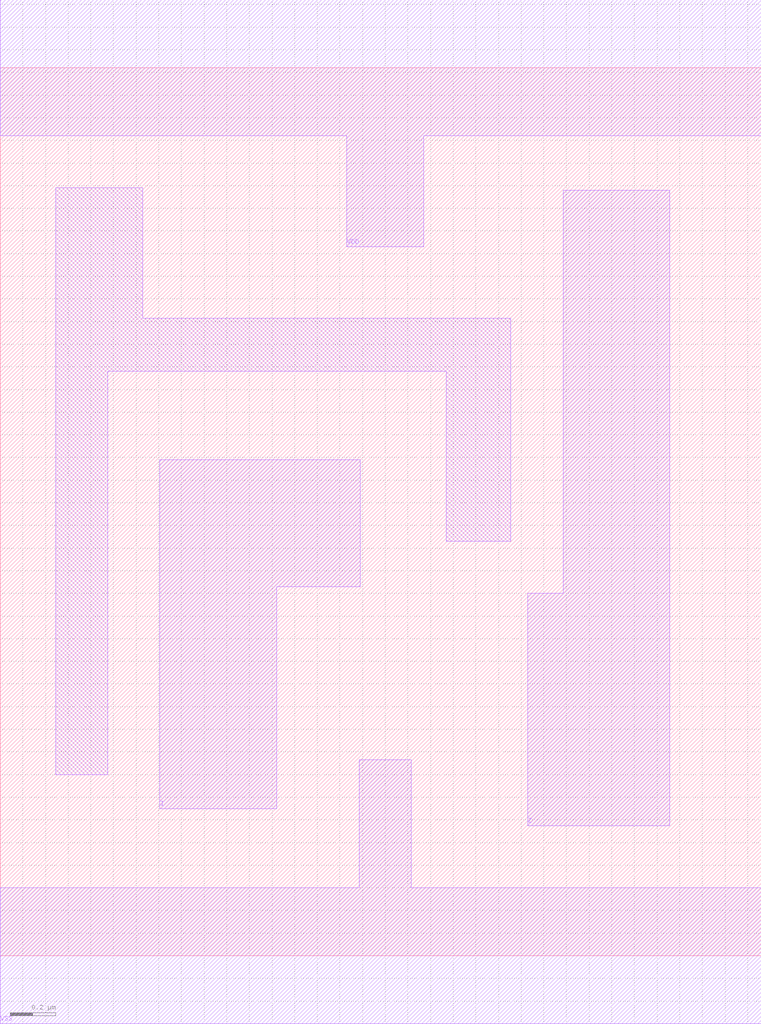
<source format=lef>
# Copyright 2022 GlobalFoundries PDK Authors
#
# Licensed under the Apache License, Version 2.0 (the "License");
# you may not use this file except in compliance with the License.
# You may obtain a copy of the License at
#
#      http://www.apache.org/licenses/LICENSE-2.0
#
# Unless required by applicable law or agreed to in writing, software
# distributed under the License is distributed on an "AS IS" BASIS,
# WITHOUT WARRANTIES OR CONDITIONS OF ANY KIND, either express or implied.
# See the License for the specific language governing permissions and
# limitations under the License.

MACRO gf180mcu_fd_sc_mcu7t5v0__buf_1
  CLASS core ;
  FOREIGN gf180mcu_fd_sc_mcu7t5v0__buf_1 0.0 0.0 ;
  ORIGIN 0 0 ;
  SYMMETRY X Y ;
  SITE GF018hv5v_mcu_sc7 ;
  SIZE 3.36 BY 3.92 ;
  PIN I
    DIRECTION INPUT ;
    ANTENNAGATEAREA 0.4985 ;
    PORT
      LAYER METAL1 ;
        POLYGON 0.705 0.65 1.22 0.65 1.22 1.63 1.59 1.63 1.59 2.19 0.705 2.19  ;
    END
  END I
  PIN Z
    DIRECTION OUTPUT ;
    ANTENNADIFFAREA 0.8976 ;
    PORT
      LAYER METAL1 ;
        POLYGON 2.33 0.575 2.955 0.575 2.955 3.38 2.485 3.38 2.485 1.6 2.33 1.6  ;
    END
  END Z
  PIN VDD
    DIRECTION INOUT ;
    USE power ;
    SHAPE ABUTMENT ;
    PORT
      LAYER METAL1 ;
        POLYGON 0 3.62 1.53 3.62 1.53 3.13 1.87 3.13 1.87 3.62 2.255 3.62 3.36 3.62 3.36 4.22 2.255 4.22 0 4.22  ;
    END
  END VDD
  PIN VSS
    DIRECTION INOUT ;
    USE ground ;
    SHAPE ABUTMENT ;
    PORT
      LAYER METAL1 ;
        POLYGON 0 -0.3 3.36 -0.3 3.36 0.3 1.815 0.3 1.815 0.865 1.585 0.865 1.585 0.3 0 0.3  ;
    END
  END VSS
  OBS
      LAYER METAL1 ;
        POLYGON 0.245 0.8 0.475 0.8 0.475 2.58 1.97 2.58 1.97 1.83 2.255 1.83 2.255 2.815 0.63 2.815 0.63 3.39 0.245 3.39  ;
  END
END gf180mcu_fd_sc_mcu7t5v0__buf_1

</source>
